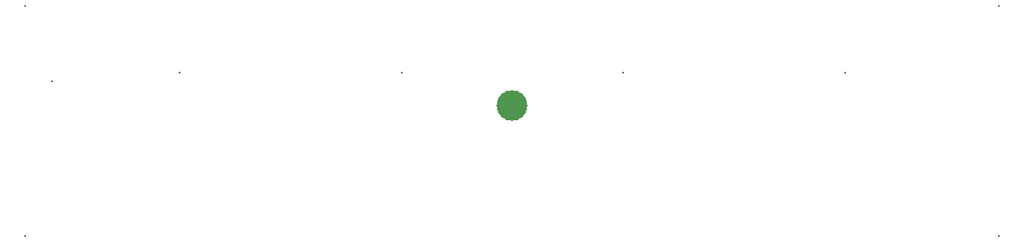
<source format=gbs>
G04*
G04 #@! TF.GenerationSoftware,Altium Limited,Altium Designer,22.4.2 (48)*
G04*
G04 Layer_Color=16711935*
%FSLAX25Y25*%
%MOIN*%
G70*
G04*
G04 #@! TF.SameCoordinates,407642F0-E37F-43E1-BC9E-C6ACD67937A9*
G04*
G04*
G04 #@! TF.FilePolarity,Negative*
G04*
G01*
G75*
%ADD10C,0.11811*%
%ADD12C,0.00800*%
D10*
X202731Y66038D02*
D03*
D12*
X330635Y78942D02*
D03*
X245399D02*
D03*
X160163D02*
D03*
X74927D02*
D03*
D03*
X330635D02*
D03*
X245399D02*
D03*
X160163D02*
D03*
X25984Y75590D02*
D03*
X389764Y104331D02*
D03*
Y15748D02*
D03*
X15748D02*
D03*
Y104331D02*
D03*
M02*

</source>
